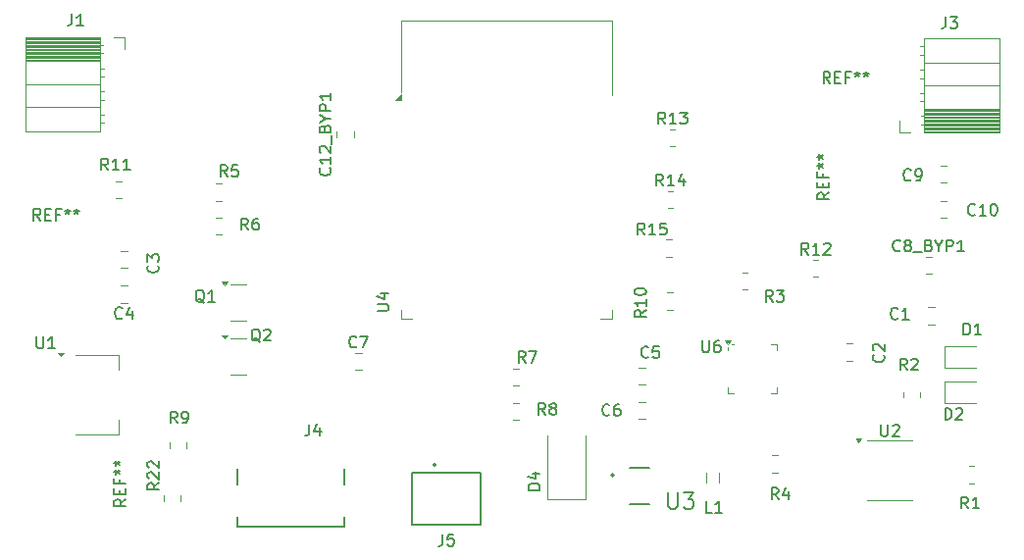
<source format=gto>
%TF.GenerationSoftware,KiCad,Pcbnew,9.0.4*%
%TF.CreationDate,2025-10-24T17:48:01+05:30*%
%TF.ProjectId,sub_unit,7375625f-756e-4697-942e-6b696361645f,rev?*%
%TF.SameCoordinates,Original*%
%TF.FileFunction,Legend,Top*%
%TF.FilePolarity,Positive*%
%FSLAX46Y46*%
G04 Gerber Fmt 4.6, Leading zero omitted, Abs format (unit mm)*
G04 Created by KiCad (PCBNEW 9.0.4) date 2025-10-24 17:48:01*
%MOMM*%
%LPD*%
G01*
G04 APERTURE LIST*
%ADD10C,0.150000*%
%ADD11C,0.127000*%
%ADD12C,0.200000*%
%ADD13C,0.120000*%
G04 APERTURE END LIST*
D10*
X153388219Y-94805333D02*
X152912028Y-95138666D01*
X153388219Y-95376761D02*
X152388219Y-95376761D01*
X152388219Y-95376761D02*
X152388219Y-94995809D01*
X152388219Y-94995809D02*
X152435838Y-94900571D01*
X152435838Y-94900571D02*
X152483457Y-94852952D01*
X152483457Y-94852952D02*
X152578695Y-94805333D01*
X152578695Y-94805333D02*
X152721552Y-94805333D01*
X152721552Y-94805333D02*
X152816790Y-94852952D01*
X152816790Y-94852952D02*
X152864409Y-94900571D01*
X152864409Y-94900571D02*
X152912028Y-94995809D01*
X152912028Y-94995809D02*
X152912028Y-95376761D01*
X152864409Y-94376761D02*
X152864409Y-94043428D01*
X153388219Y-93900571D02*
X153388219Y-94376761D01*
X153388219Y-94376761D02*
X152388219Y-94376761D01*
X152388219Y-94376761D02*
X152388219Y-93900571D01*
X152864409Y-93138666D02*
X152864409Y-93471999D01*
X153388219Y-93471999D02*
X152388219Y-93471999D01*
X152388219Y-93471999D02*
X152388219Y-92995809D01*
X152388219Y-92471999D02*
X152626314Y-92471999D01*
X152531076Y-92710094D02*
X152626314Y-92471999D01*
X152626314Y-92471999D02*
X152531076Y-92233904D01*
X152816790Y-92614856D02*
X152626314Y-92471999D01*
X152626314Y-92471999D02*
X152816790Y-92329142D01*
X152388219Y-91710094D02*
X152626314Y-91710094D01*
X152531076Y-91948189D02*
X152626314Y-91710094D01*
X152626314Y-91710094D02*
X152531076Y-91471999D01*
X152816790Y-91852951D02*
X152626314Y-91710094D01*
X152626314Y-91710094D02*
X152816790Y-91567237D01*
X92682219Y-121272133D02*
X92206028Y-121605466D01*
X92682219Y-121843561D02*
X91682219Y-121843561D01*
X91682219Y-121843561D02*
X91682219Y-121462609D01*
X91682219Y-121462609D02*
X91729838Y-121367371D01*
X91729838Y-121367371D02*
X91777457Y-121319752D01*
X91777457Y-121319752D02*
X91872695Y-121272133D01*
X91872695Y-121272133D02*
X92015552Y-121272133D01*
X92015552Y-121272133D02*
X92110790Y-121319752D01*
X92110790Y-121319752D02*
X92158409Y-121367371D01*
X92158409Y-121367371D02*
X92206028Y-121462609D01*
X92206028Y-121462609D02*
X92206028Y-121843561D01*
X92158409Y-120843561D02*
X92158409Y-120510228D01*
X92682219Y-120367371D02*
X92682219Y-120843561D01*
X92682219Y-120843561D02*
X91682219Y-120843561D01*
X91682219Y-120843561D02*
X91682219Y-120367371D01*
X92158409Y-119605466D02*
X92158409Y-119938799D01*
X92682219Y-119938799D02*
X91682219Y-119938799D01*
X91682219Y-119938799D02*
X91682219Y-119462609D01*
X91682219Y-118938799D02*
X91920314Y-118938799D01*
X91825076Y-119176894D02*
X91920314Y-118938799D01*
X91920314Y-118938799D02*
X91825076Y-118700704D01*
X92110790Y-119081656D02*
X91920314Y-118938799D01*
X91920314Y-118938799D02*
X92110790Y-118795942D01*
X91682219Y-118176894D02*
X91920314Y-118176894D01*
X91825076Y-118414989D02*
X91920314Y-118176894D01*
X91920314Y-118176894D02*
X91825076Y-117938799D01*
X92110790Y-118319751D02*
X91920314Y-118176894D01*
X91920314Y-118176894D02*
X92110790Y-118034037D01*
X120020866Y-124290619D02*
X120020866Y-125004904D01*
X120020866Y-125004904D02*
X119973247Y-125147761D01*
X119973247Y-125147761D02*
X119878009Y-125243000D01*
X119878009Y-125243000D02*
X119735152Y-125290619D01*
X119735152Y-125290619D02*
X119639914Y-125290619D01*
X120973247Y-124290619D02*
X120497057Y-124290619D01*
X120497057Y-124290619D02*
X120449438Y-124766809D01*
X120449438Y-124766809D02*
X120497057Y-124719190D01*
X120497057Y-124719190D02*
X120592295Y-124671571D01*
X120592295Y-124671571D02*
X120830390Y-124671571D01*
X120830390Y-124671571D02*
X120925628Y-124719190D01*
X120925628Y-124719190D02*
X120973247Y-124766809D01*
X120973247Y-124766809D02*
X121020866Y-124862047D01*
X121020866Y-124862047D02*
X121020866Y-125100142D01*
X121020866Y-125100142D02*
X120973247Y-125195380D01*
X120973247Y-125195380D02*
X120925628Y-125243000D01*
X120925628Y-125243000D02*
X120830390Y-125290619D01*
X120830390Y-125290619D02*
X120592295Y-125290619D01*
X120592295Y-125290619D02*
X120497057Y-125243000D01*
X120497057Y-125243000D02*
X120449438Y-125195380D01*
X91152742Y-92860019D02*
X90819409Y-92383828D01*
X90581314Y-92860019D02*
X90581314Y-91860019D01*
X90581314Y-91860019D02*
X90962266Y-91860019D01*
X90962266Y-91860019D02*
X91057504Y-91907638D01*
X91057504Y-91907638D02*
X91105123Y-91955257D01*
X91105123Y-91955257D02*
X91152742Y-92050495D01*
X91152742Y-92050495D02*
X91152742Y-92193352D01*
X91152742Y-92193352D02*
X91105123Y-92288590D01*
X91105123Y-92288590D02*
X91057504Y-92336209D01*
X91057504Y-92336209D02*
X90962266Y-92383828D01*
X90962266Y-92383828D02*
X90581314Y-92383828D01*
X92105123Y-92860019D02*
X91533695Y-92860019D01*
X91819409Y-92860019D02*
X91819409Y-91860019D01*
X91819409Y-91860019D02*
X91724171Y-92002876D01*
X91724171Y-92002876D02*
X91628933Y-92098114D01*
X91628933Y-92098114D02*
X91533695Y-92145733D01*
X93057504Y-92860019D02*
X92486076Y-92860019D01*
X92771790Y-92860019D02*
X92771790Y-91860019D01*
X92771790Y-91860019D02*
X92676552Y-92002876D01*
X92676552Y-92002876D02*
X92581314Y-92098114D01*
X92581314Y-92098114D02*
X92486076Y-92145733D01*
X103236733Y-98016219D02*
X102903400Y-97540028D01*
X102665305Y-98016219D02*
X102665305Y-97016219D01*
X102665305Y-97016219D02*
X103046257Y-97016219D01*
X103046257Y-97016219D02*
X103141495Y-97063838D01*
X103141495Y-97063838D02*
X103189114Y-97111457D01*
X103189114Y-97111457D02*
X103236733Y-97206695D01*
X103236733Y-97206695D02*
X103236733Y-97349552D01*
X103236733Y-97349552D02*
X103189114Y-97444790D01*
X103189114Y-97444790D02*
X103141495Y-97492409D01*
X103141495Y-97492409D02*
X103046257Y-97540028D01*
X103046257Y-97540028D02*
X102665305Y-97540028D01*
X104093876Y-97016219D02*
X103903400Y-97016219D01*
X103903400Y-97016219D02*
X103808162Y-97063838D01*
X103808162Y-97063838D02*
X103760543Y-97111457D01*
X103760543Y-97111457D02*
X103665305Y-97254314D01*
X103665305Y-97254314D02*
X103617686Y-97444790D01*
X103617686Y-97444790D02*
X103617686Y-97825742D01*
X103617686Y-97825742D02*
X103665305Y-97920980D01*
X103665305Y-97920980D02*
X103712924Y-97968600D01*
X103712924Y-97968600D02*
X103808162Y-98016219D01*
X103808162Y-98016219D02*
X103998638Y-98016219D01*
X103998638Y-98016219D02*
X104093876Y-97968600D01*
X104093876Y-97968600D02*
X104141495Y-97920980D01*
X104141495Y-97920980D02*
X104189114Y-97825742D01*
X104189114Y-97825742D02*
X104189114Y-97587647D01*
X104189114Y-97587647D02*
X104141495Y-97492409D01*
X104141495Y-97492409D02*
X104093876Y-97444790D01*
X104093876Y-97444790D02*
X103998638Y-97397171D01*
X103998638Y-97397171D02*
X103808162Y-97397171D01*
X103808162Y-97397171D02*
X103712924Y-97444790D01*
X103712924Y-97444790D02*
X103665305Y-97492409D01*
X103665305Y-97492409D02*
X103617686Y-97587647D01*
X139496933Y-120702666D02*
X139496933Y-121836000D01*
X139496933Y-121836000D02*
X139563600Y-121969333D01*
X139563600Y-121969333D02*
X139630266Y-122036000D01*
X139630266Y-122036000D02*
X139763600Y-122102666D01*
X139763600Y-122102666D02*
X140030266Y-122102666D01*
X140030266Y-122102666D02*
X140163600Y-122036000D01*
X140163600Y-122036000D02*
X140230266Y-121969333D01*
X140230266Y-121969333D02*
X140296933Y-121836000D01*
X140296933Y-121836000D02*
X140296933Y-120702666D01*
X140830267Y-120702666D02*
X141696933Y-120702666D01*
X141696933Y-120702666D02*
X141230267Y-121236000D01*
X141230267Y-121236000D02*
X141430267Y-121236000D01*
X141430267Y-121236000D02*
X141563600Y-121302666D01*
X141563600Y-121302666D02*
X141630267Y-121369333D01*
X141630267Y-121369333D02*
X141696933Y-121502666D01*
X141696933Y-121502666D02*
X141696933Y-121836000D01*
X141696933Y-121836000D02*
X141630267Y-121969333D01*
X141630267Y-121969333D02*
X141563600Y-122036000D01*
X141563600Y-122036000D02*
X141430267Y-122102666D01*
X141430267Y-122102666D02*
X141030267Y-122102666D01*
X141030267Y-122102666D02*
X140896933Y-122036000D01*
X140896933Y-122036000D02*
X140830267Y-121969333D01*
X157876895Y-114837419D02*
X157876895Y-115646942D01*
X157876895Y-115646942D02*
X157924514Y-115742180D01*
X157924514Y-115742180D02*
X157972133Y-115789800D01*
X157972133Y-115789800D02*
X158067371Y-115837419D01*
X158067371Y-115837419D02*
X158257847Y-115837419D01*
X158257847Y-115837419D02*
X158353085Y-115789800D01*
X158353085Y-115789800D02*
X158400704Y-115742180D01*
X158400704Y-115742180D02*
X158448323Y-115646942D01*
X158448323Y-115646942D02*
X158448323Y-114837419D01*
X158876895Y-114932657D02*
X158924514Y-114885038D01*
X158924514Y-114885038D02*
X159019752Y-114837419D01*
X159019752Y-114837419D02*
X159257847Y-114837419D01*
X159257847Y-114837419D02*
X159353085Y-114885038D01*
X159353085Y-114885038D02*
X159400704Y-114932657D01*
X159400704Y-114932657D02*
X159448323Y-115027895D01*
X159448323Y-115027895D02*
X159448323Y-115123133D01*
X159448323Y-115123133D02*
X159400704Y-115265990D01*
X159400704Y-115265990D02*
X158829276Y-115837419D01*
X158829276Y-115837419D02*
X159448323Y-115837419D01*
X114376419Y-104992604D02*
X115185942Y-104992604D01*
X115185942Y-104992604D02*
X115281180Y-104944985D01*
X115281180Y-104944985D02*
X115328800Y-104897366D01*
X115328800Y-104897366D02*
X115376419Y-104802128D01*
X115376419Y-104802128D02*
X115376419Y-104611652D01*
X115376419Y-104611652D02*
X115328800Y-104516414D01*
X115328800Y-104516414D02*
X115281180Y-104468795D01*
X115281180Y-104468795D02*
X115185942Y-104421176D01*
X115185942Y-104421176D02*
X114376419Y-104421176D01*
X114709752Y-103516414D02*
X115376419Y-103516414D01*
X114328800Y-103754509D02*
X115043085Y-103992604D01*
X115043085Y-103992604D02*
X115043085Y-103373557D01*
X128420019Y-120473694D02*
X127420019Y-120473694D01*
X127420019Y-120473694D02*
X127420019Y-120235599D01*
X127420019Y-120235599D02*
X127467638Y-120092742D01*
X127467638Y-120092742D02*
X127562876Y-119997504D01*
X127562876Y-119997504D02*
X127658114Y-119949885D01*
X127658114Y-119949885D02*
X127848590Y-119902266D01*
X127848590Y-119902266D02*
X127991447Y-119902266D01*
X127991447Y-119902266D02*
X128181923Y-119949885D01*
X128181923Y-119949885D02*
X128277161Y-119997504D01*
X128277161Y-119997504D02*
X128372400Y-120092742D01*
X128372400Y-120092742D02*
X128420019Y-120235599D01*
X128420019Y-120235599D02*
X128420019Y-120473694D01*
X127753352Y-119045123D02*
X128420019Y-119045123D01*
X127372400Y-119283218D02*
X128086685Y-119521313D01*
X128086685Y-119521313D02*
X128086685Y-118902266D01*
X88022866Y-79375019D02*
X88022866Y-80089304D01*
X88022866Y-80089304D02*
X87975247Y-80232161D01*
X87975247Y-80232161D02*
X87880009Y-80327400D01*
X87880009Y-80327400D02*
X87737152Y-80375019D01*
X87737152Y-80375019D02*
X87641914Y-80375019D01*
X89022866Y-80375019D02*
X88451438Y-80375019D01*
X88737152Y-80375019D02*
X88737152Y-79375019D01*
X88737152Y-79375019D02*
X88641914Y-79517876D01*
X88641914Y-79517876D02*
X88546676Y-79613114D01*
X88546676Y-79613114D02*
X88451438Y-79660733D01*
X95431780Y-101080866D02*
X95479400Y-101128485D01*
X95479400Y-101128485D02*
X95527019Y-101271342D01*
X95527019Y-101271342D02*
X95527019Y-101366580D01*
X95527019Y-101366580D02*
X95479400Y-101509437D01*
X95479400Y-101509437D02*
X95384161Y-101604675D01*
X95384161Y-101604675D02*
X95288923Y-101652294D01*
X95288923Y-101652294D02*
X95098447Y-101699913D01*
X95098447Y-101699913D02*
X94955590Y-101699913D01*
X94955590Y-101699913D02*
X94765114Y-101652294D01*
X94765114Y-101652294D02*
X94669876Y-101604675D01*
X94669876Y-101604675D02*
X94574638Y-101509437D01*
X94574638Y-101509437D02*
X94527019Y-101366580D01*
X94527019Y-101366580D02*
X94527019Y-101271342D01*
X94527019Y-101271342D02*
X94574638Y-101128485D01*
X94574638Y-101128485D02*
X94622257Y-101080866D01*
X94527019Y-100747532D02*
X94527019Y-100128485D01*
X94527019Y-100128485D02*
X94907971Y-100461818D01*
X94907971Y-100461818D02*
X94907971Y-100318961D01*
X94907971Y-100318961D02*
X94955590Y-100223723D01*
X94955590Y-100223723D02*
X95003209Y-100176104D01*
X95003209Y-100176104D02*
X95098447Y-100128485D01*
X95098447Y-100128485D02*
X95336542Y-100128485D01*
X95336542Y-100128485D02*
X95431780Y-100176104D01*
X95431780Y-100176104D02*
X95479400Y-100223723D01*
X95479400Y-100223723D02*
X95527019Y-100318961D01*
X95527019Y-100318961D02*
X95527019Y-100604675D01*
X95527019Y-100604675D02*
X95479400Y-100699913D01*
X95479400Y-100699913D02*
X95431780Y-100747532D01*
X127163533Y-109497019D02*
X126830200Y-109020828D01*
X126592105Y-109497019D02*
X126592105Y-108497019D01*
X126592105Y-108497019D02*
X126973057Y-108497019D01*
X126973057Y-108497019D02*
X127068295Y-108544638D01*
X127068295Y-108544638D02*
X127115914Y-108592257D01*
X127115914Y-108592257D02*
X127163533Y-108687495D01*
X127163533Y-108687495D02*
X127163533Y-108830352D01*
X127163533Y-108830352D02*
X127115914Y-108925590D01*
X127115914Y-108925590D02*
X127068295Y-108973209D01*
X127068295Y-108973209D02*
X126973057Y-109020828D01*
X126973057Y-109020828D02*
X126592105Y-109020828D01*
X127496867Y-108497019D02*
X128163533Y-108497019D01*
X128163533Y-108497019D02*
X127734962Y-109497019D01*
X99447361Y-104309057D02*
X99352123Y-104261438D01*
X99352123Y-104261438D02*
X99256885Y-104166200D01*
X99256885Y-104166200D02*
X99114028Y-104023342D01*
X99114028Y-104023342D02*
X99018790Y-103975723D01*
X99018790Y-103975723D02*
X98923552Y-103975723D01*
X98971171Y-104213819D02*
X98875933Y-104166200D01*
X98875933Y-104166200D02*
X98780695Y-104070961D01*
X98780695Y-104070961D02*
X98733076Y-103880485D01*
X98733076Y-103880485D02*
X98733076Y-103547152D01*
X98733076Y-103547152D02*
X98780695Y-103356676D01*
X98780695Y-103356676D02*
X98875933Y-103261438D01*
X98875933Y-103261438D02*
X98971171Y-103213819D01*
X98971171Y-103213819D02*
X99161647Y-103213819D01*
X99161647Y-103213819D02*
X99256885Y-103261438D01*
X99256885Y-103261438D02*
X99352123Y-103356676D01*
X99352123Y-103356676D02*
X99399742Y-103547152D01*
X99399742Y-103547152D02*
X99399742Y-103880485D01*
X99399742Y-103880485D02*
X99352123Y-104070961D01*
X99352123Y-104070961D02*
X99256885Y-104166200D01*
X99256885Y-104166200D02*
X99161647Y-104213819D01*
X99161647Y-104213819D02*
X98971171Y-104213819D01*
X100352123Y-104213819D02*
X99780695Y-104213819D01*
X100066409Y-104213819D02*
X100066409Y-103213819D01*
X100066409Y-103213819D02*
X99971171Y-103356676D01*
X99971171Y-103356676D02*
X99875933Y-103451914D01*
X99875933Y-103451914D02*
X99780695Y-103499533D01*
X153479666Y-85367019D02*
X153146333Y-84890828D01*
X152908238Y-85367019D02*
X152908238Y-84367019D01*
X152908238Y-84367019D02*
X153289190Y-84367019D01*
X153289190Y-84367019D02*
X153384428Y-84414638D01*
X153384428Y-84414638D02*
X153432047Y-84462257D01*
X153432047Y-84462257D02*
X153479666Y-84557495D01*
X153479666Y-84557495D02*
X153479666Y-84700352D01*
X153479666Y-84700352D02*
X153432047Y-84795590D01*
X153432047Y-84795590D02*
X153384428Y-84843209D01*
X153384428Y-84843209D02*
X153289190Y-84890828D01*
X153289190Y-84890828D02*
X152908238Y-84890828D01*
X153908238Y-84843209D02*
X154241571Y-84843209D01*
X154384428Y-85367019D02*
X153908238Y-85367019D01*
X153908238Y-85367019D02*
X153908238Y-84367019D01*
X153908238Y-84367019D02*
X154384428Y-84367019D01*
X155146333Y-84843209D02*
X154813000Y-84843209D01*
X154813000Y-85367019D02*
X154813000Y-84367019D01*
X154813000Y-84367019D02*
X155289190Y-84367019D01*
X155813000Y-84367019D02*
X155813000Y-84605114D01*
X155574905Y-84509876D02*
X155813000Y-84605114D01*
X155813000Y-84605114D02*
X156051095Y-84509876D01*
X155670143Y-84795590D02*
X155813000Y-84605114D01*
X155813000Y-84605114D02*
X155955857Y-84795590D01*
X156574905Y-84367019D02*
X156574905Y-84605114D01*
X156336810Y-84509876D02*
X156574905Y-84605114D01*
X156574905Y-84605114D02*
X156813000Y-84509876D01*
X156432048Y-84795590D02*
X156574905Y-84605114D01*
X156574905Y-84605114D02*
X156717762Y-84795590D01*
X137780733Y-108969980D02*
X137733114Y-109017600D01*
X137733114Y-109017600D02*
X137590257Y-109065219D01*
X137590257Y-109065219D02*
X137495019Y-109065219D01*
X137495019Y-109065219D02*
X137352162Y-109017600D01*
X137352162Y-109017600D02*
X137256924Y-108922361D01*
X137256924Y-108922361D02*
X137209305Y-108827123D01*
X137209305Y-108827123D02*
X137161686Y-108636647D01*
X137161686Y-108636647D02*
X137161686Y-108493790D01*
X137161686Y-108493790D02*
X137209305Y-108303314D01*
X137209305Y-108303314D02*
X137256924Y-108208076D01*
X137256924Y-108208076D02*
X137352162Y-108112838D01*
X137352162Y-108112838D02*
X137495019Y-108065219D01*
X137495019Y-108065219D02*
X137590257Y-108065219D01*
X137590257Y-108065219D02*
X137733114Y-108112838D01*
X137733114Y-108112838D02*
X137780733Y-108160457D01*
X138685495Y-108065219D02*
X138209305Y-108065219D01*
X138209305Y-108065219D02*
X138161686Y-108541409D01*
X138161686Y-108541409D02*
X138209305Y-108493790D01*
X138209305Y-108493790D02*
X138304543Y-108446171D01*
X138304543Y-108446171D02*
X138542638Y-108446171D01*
X138542638Y-108446171D02*
X138637876Y-108493790D01*
X138637876Y-108493790D02*
X138685495Y-108541409D01*
X138685495Y-108541409D02*
X138733114Y-108636647D01*
X138733114Y-108636647D02*
X138733114Y-108874742D01*
X138733114Y-108874742D02*
X138685495Y-108969980D01*
X138685495Y-108969980D02*
X138637876Y-109017600D01*
X138637876Y-109017600D02*
X138542638Y-109065219D01*
X138542638Y-109065219D02*
X138304543Y-109065219D01*
X138304543Y-109065219D02*
X138209305Y-109017600D01*
X138209305Y-109017600D02*
X138161686Y-108969980D01*
X112594133Y-108077380D02*
X112546514Y-108125000D01*
X112546514Y-108125000D02*
X112403657Y-108172619D01*
X112403657Y-108172619D02*
X112308419Y-108172619D01*
X112308419Y-108172619D02*
X112165562Y-108125000D01*
X112165562Y-108125000D02*
X112070324Y-108029761D01*
X112070324Y-108029761D02*
X112022705Y-107934523D01*
X112022705Y-107934523D02*
X111975086Y-107744047D01*
X111975086Y-107744047D02*
X111975086Y-107601190D01*
X111975086Y-107601190D02*
X112022705Y-107410714D01*
X112022705Y-107410714D02*
X112070324Y-107315476D01*
X112070324Y-107315476D02*
X112165562Y-107220238D01*
X112165562Y-107220238D02*
X112308419Y-107172619D01*
X112308419Y-107172619D02*
X112403657Y-107172619D01*
X112403657Y-107172619D02*
X112546514Y-107220238D01*
X112546514Y-107220238D02*
X112594133Y-107267857D01*
X112927467Y-107172619D02*
X113594133Y-107172619D01*
X113594133Y-107172619D02*
X113165562Y-108172619D01*
X108505666Y-114796219D02*
X108505666Y-115510504D01*
X108505666Y-115510504D02*
X108458047Y-115653361D01*
X108458047Y-115653361D02*
X108362809Y-115748600D01*
X108362809Y-115748600D02*
X108219952Y-115796219D01*
X108219952Y-115796219D02*
X108124714Y-115796219D01*
X109410428Y-115129552D02*
X109410428Y-115796219D01*
X109172333Y-114748600D02*
X108934238Y-115462885D01*
X108934238Y-115462885D02*
X109553285Y-115462885D01*
X139057142Y-94207219D02*
X138723809Y-93731028D01*
X138485714Y-94207219D02*
X138485714Y-93207219D01*
X138485714Y-93207219D02*
X138866666Y-93207219D01*
X138866666Y-93207219D02*
X138961904Y-93254838D01*
X138961904Y-93254838D02*
X139009523Y-93302457D01*
X139009523Y-93302457D02*
X139057142Y-93397695D01*
X139057142Y-93397695D02*
X139057142Y-93540552D01*
X139057142Y-93540552D02*
X139009523Y-93635790D01*
X139009523Y-93635790D02*
X138961904Y-93683409D01*
X138961904Y-93683409D02*
X138866666Y-93731028D01*
X138866666Y-93731028D02*
X138485714Y-93731028D01*
X140009523Y-94207219D02*
X139438095Y-94207219D01*
X139723809Y-94207219D02*
X139723809Y-93207219D01*
X139723809Y-93207219D02*
X139628571Y-93350076D01*
X139628571Y-93350076D02*
X139533333Y-93445314D01*
X139533333Y-93445314D02*
X139438095Y-93492933D01*
X140866666Y-93540552D02*
X140866666Y-94207219D01*
X140628571Y-93159600D02*
X140390476Y-93873885D01*
X140390476Y-93873885D02*
X141009523Y-93873885D01*
X158068180Y-108802466D02*
X158115800Y-108850085D01*
X158115800Y-108850085D02*
X158163419Y-108992942D01*
X158163419Y-108992942D02*
X158163419Y-109088180D01*
X158163419Y-109088180D02*
X158115800Y-109231037D01*
X158115800Y-109231037D02*
X158020561Y-109326275D01*
X158020561Y-109326275D02*
X157925323Y-109373894D01*
X157925323Y-109373894D02*
X157734847Y-109421513D01*
X157734847Y-109421513D02*
X157591990Y-109421513D01*
X157591990Y-109421513D02*
X157401514Y-109373894D01*
X157401514Y-109373894D02*
X157306276Y-109326275D01*
X157306276Y-109326275D02*
X157211038Y-109231037D01*
X157211038Y-109231037D02*
X157163419Y-109088180D01*
X157163419Y-109088180D02*
X157163419Y-108992942D01*
X157163419Y-108992942D02*
X157211038Y-108850085D01*
X157211038Y-108850085D02*
X157258657Y-108802466D01*
X157258657Y-108421513D02*
X157211038Y-108373894D01*
X157211038Y-108373894D02*
X157163419Y-108278656D01*
X157163419Y-108278656D02*
X157163419Y-108040561D01*
X157163419Y-108040561D02*
X157211038Y-107945323D01*
X157211038Y-107945323D02*
X157258657Y-107897704D01*
X157258657Y-107897704D02*
X157353895Y-107850085D01*
X157353895Y-107850085D02*
X157449133Y-107850085D01*
X157449133Y-107850085D02*
X157591990Y-107897704D01*
X157591990Y-107897704D02*
X158163419Y-108469132D01*
X158163419Y-108469132D02*
X158163419Y-107850085D01*
X159319933Y-105642580D02*
X159272314Y-105690200D01*
X159272314Y-105690200D02*
X159129457Y-105737819D01*
X159129457Y-105737819D02*
X159034219Y-105737819D01*
X159034219Y-105737819D02*
X158891362Y-105690200D01*
X158891362Y-105690200D02*
X158796124Y-105594961D01*
X158796124Y-105594961D02*
X158748505Y-105499723D01*
X158748505Y-105499723D02*
X158700886Y-105309247D01*
X158700886Y-105309247D02*
X158700886Y-105166390D01*
X158700886Y-105166390D02*
X158748505Y-104975914D01*
X158748505Y-104975914D02*
X158796124Y-104880676D01*
X158796124Y-104880676D02*
X158891362Y-104785438D01*
X158891362Y-104785438D02*
X159034219Y-104737819D01*
X159034219Y-104737819D02*
X159129457Y-104737819D01*
X159129457Y-104737819D02*
X159272314Y-104785438D01*
X159272314Y-104785438D02*
X159319933Y-104833057D01*
X160272314Y-105737819D02*
X159700886Y-105737819D01*
X159986600Y-105737819D02*
X159986600Y-104737819D01*
X159986600Y-104737819D02*
X159891362Y-104880676D01*
X159891362Y-104880676D02*
X159796124Y-104975914D01*
X159796124Y-104975914D02*
X159700886Y-105023533D01*
X165390533Y-122070019D02*
X165057200Y-121593828D01*
X164819105Y-122070019D02*
X164819105Y-121070019D01*
X164819105Y-121070019D02*
X165200057Y-121070019D01*
X165200057Y-121070019D02*
X165295295Y-121117638D01*
X165295295Y-121117638D02*
X165342914Y-121165257D01*
X165342914Y-121165257D02*
X165390533Y-121260495D01*
X165390533Y-121260495D02*
X165390533Y-121403352D01*
X165390533Y-121403352D02*
X165342914Y-121498590D01*
X165342914Y-121498590D02*
X165295295Y-121546209D01*
X165295295Y-121546209D02*
X165200057Y-121593828D01*
X165200057Y-121593828D02*
X164819105Y-121593828D01*
X166342914Y-122070019D02*
X165771486Y-122070019D01*
X166057200Y-122070019D02*
X166057200Y-121070019D01*
X166057200Y-121070019D02*
X165961962Y-121212876D01*
X165961962Y-121212876D02*
X165866724Y-121308114D01*
X165866724Y-121308114D02*
X165771486Y-121355733D01*
X97115333Y-114704019D02*
X96782000Y-114227828D01*
X96543905Y-114704019D02*
X96543905Y-113704019D01*
X96543905Y-113704019D02*
X96924857Y-113704019D01*
X96924857Y-113704019D02*
X97020095Y-113751638D01*
X97020095Y-113751638D02*
X97067714Y-113799257D01*
X97067714Y-113799257D02*
X97115333Y-113894495D01*
X97115333Y-113894495D02*
X97115333Y-114037352D01*
X97115333Y-114037352D02*
X97067714Y-114132590D01*
X97067714Y-114132590D02*
X97020095Y-114180209D01*
X97020095Y-114180209D02*
X96924857Y-114227828D01*
X96924857Y-114227828D02*
X96543905Y-114227828D01*
X97591524Y-114704019D02*
X97782000Y-114704019D01*
X97782000Y-114704019D02*
X97877238Y-114656400D01*
X97877238Y-114656400D02*
X97924857Y-114608780D01*
X97924857Y-114608780D02*
X98020095Y-114465923D01*
X98020095Y-114465923D02*
X98067714Y-114275447D01*
X98067714Y-114275447D02*
X98067714Y-113894495D01*
X98067714Y-113894495D02*
X98020095Y-113799257D01*
X98020095Y-113799257D02*
X97972476Y-113751638D01*
X97972476Y-113751638D02*
X97877238Y-113704019D01*
X97877238Y-113704019D02*
X97686762Y-113704019D01*
X97686762Y-113704019D02*
X97591524Y-113751638D01*
X97591524Y-113751638D02*
X97543905Y-113799257D01*
X97543905Y-113799257D02*
X97496286Y-113894495D01*
X97496286Y-113894495D02*
X97496286Y-114132590D01*
X97496286Y-114132590D02*
X97543905Y-114227828D01*
X97543905Y-114227828D02*
X97591524Y-114275447D01*
X97591524Y-114275447D02*
X97686762Y-114323066D01*
X97686762Y-114323066D02*
X97877238Y-114323066D01*
X97877238Y-114323066D02*
X97972476Y-114275447D01*
X97972476Y-114275447D02*
X98020095Y-114227828D01*
X98020095Y-114227828D02*
X98067714Y-114132590D01*
X163445866Y-79617219D02*
X163445866Y-80331504D01*
X163445866Y-80331504D02*
X163398247Y-80474361D01*
X163398247Y-80474361D02*
X163303009Y-80569600D01*
X163303009Y-80569600D02*
X163160152Y-80617219D01*
X163160152Y-80617219D02*
X163064914Y-80617219D01*
X163826819Y-79617219D02*
X164445866Y-79617219D01*
X164445866Y-79617219D02*
X164112533Y-79998171D01*
X164112533Y-79998171D02*
X164255390Y-79998171D01*
X164255390Y-79998171D02*
X164350628Y-80045790D01*
X164350628Y-80045790D02*
X164398247Y-80093409D01*
X164398247Y-80093409D02*
X164445866Y-80188647D01*
X164445866Y-80188647D02*
X164445866Y-80426742D01*
X164445866Y-80426742D02*
X164398247Y-80521980D01*
X164398247Y-80521980D02*
X164350628Y-80569600D01*
X164350628Y-80569600D02*
X164255390Y-80617219D01*
X164255390Y-80617219D02*
X163969676Y-80617219D01*
X163969676Y-80617219D02*
X163874438Y-80569600D01*
X163874438Y-80569600D02*
X163826819Y-80521980D01*
X149007533Y-121282619D02*
X148674200Y-120806428D01*
X148436105Y-121282619D02*
X148436105Y-120282619D01*
X148436105Y-120282619D02*
X148817057Y-120282619D01*
X148817057Y-120282619D02*
X148912295Y-120330238D01*
X148912295Y-120330238D02*
X148959914Y-120377857D01*
X148959914Y-120377857D02*
X149007533Y-120473095D01*
X149007533Y-120473095D02*
X149007533Y-120615952D01*
X149007533Y-120615952D02*
X148959914Y-120711190D01*
X148959914Y-120711190D02*
X148912295Y-120758809D01*
X148912295Y-120758809D02*
X148817057Y-120806428D01*
X148817057Y-120806428D02*
X148436105Y-120806428D01*
X149864676Y-120615952D02*
X149864676Y-121282619D01*
X149626581Y-120235000D02*
X149388486Y-120949285D01*
X149388486Y-120949285D02*
X150007533Y-120949285D01*
X160437533Y-93679180D02*
X160389914Y-93726800D01*
X160389914Y-93726800D02*
X160247057Y-93774419D01*
X160247057Y-93774419D02*
X160151819Y-93774419D01*
X160151819Y-93774419D02*
X160008962Y-93726800D01*
X160008962Y-93726800D02*
X159913724Y-93631561D01*
X159913724Y-93631561D02*
X159866105Y-93536323D01*
X159866105Y-93536323D02*
X159818486Y-93345847D01*
X159818486Y-93345847D02*
X159818486Y-93202990D01*
X159818486Y-93202990D02*
X159866105Y-93012514D01*
X159866105Y-93012514D02*
X159913724Y-92917276D01*
X159913724Y-92917276D02*
X160008962Y-92822038D01*
X160008962Y-92822038D02*
X160151819Y-92774419D01*
X160151819Y-92774419D02*
X160247057Y-92774419D01*
X160247057Y-92774419D02*
X160389914Y-92822038D01*
X160389914Y-92822038D02*
X160437533Y-92869657D01*
X160913724Y-93774419D02*
X161104200Y-93774419D01*
X161104200Y-93774419D02*
X161199438Y-93726800D01*
X161199438Y-93726800D02*
X161247057Y-93679180D01*
X161247057Y-93679180D02*
X161342295Y-93536323D01*
X161342295Y-93536323D02*
X161389914Y-93345847D01*
X161389914Y-93345847D02*
X161389914Y-92964895D01*
X161389914Y-92964895D02*
X161342295Y-92869657D01*
X161342295Y-92869657D02*
X161294676Y-92822038D01*
X161294676Y-92822038D02*
X161199438Y-92774419D01*
X161199438Y-92774419D02*
X161008962Y-92774419D01*
X161008962Y-92774419D02*
X160913724Y-92822038D01*
X160913724Y-92822038D02*
X160866105Y-92869657D01*
X160866105Y-92869657D02*
X160818486Y-92964895D01*
X160818486Y-92964895D02*
X160818486Y-93202990D01*
X160818486Y-93202990D02*
X160866105Y-93298228D01*
X160866105Y-93298228D02*
X160913724Y-93345847D01*
X160913724Y-93345847D02*
X161008962Y-93393466D01*
X161008962Y-93393466D02*
X161199438Y-93393466D01*
X161199438Y-93393466D02*
X161294676Y-93345847D01*
X161294676Y-93345847D02*
X161342295Y-93298228D01*
X161342295Y-93298228D02*
X161389914Y-93202990D01*
X137456942Y-98448019D02*
X137123609Y-97971828D01*
X136885514Y-98448019D02*
X136885514Y-97448019D01*
X136885514Y-97448019D02*
X137266466Y-97448019D01*
X137266466Y-97448019D02*
X137361704Y-97495638D01*
X137361704Y-97495638D02*
X137409323Y-97543257D01*
X137409323Y-97543257D02*
X137456942Y-97638495D01*
X137456942Y-97638495D02*
X137456942Y-97781352D01*
X137456942Y-97781352D02*
X137409323Y-97876590D01*
X137409323Y-97876590D02*
X137361704Y-97924209D01*
X137361704Y-97924209D02*
X137266466Y-97971828D01*
X137266466Y-97971828D02*
X136885514Y-97971828D01*
X138409323Y-98448019D02*
X137837895Y-98448019D01*
X138123609Y-98448019D02*
X138123609Y-97448019D01*
X138123609Y-97448019D02*
X138028371Y-97590876D01*
X138028371Y-97590876D02*
X137933133Y-97686114D01*
X137933133Y-97686114D02*
X137837895Y-97733733D01*
X139314085Y-97448019D02*
X138837895Y-97448019D01*
X138837895Y-97448019D02*
X138790276Y-97924209D01*
X138790276Y-97924209D02*
X138837895Y-97876590D01*
X138837895Y-97876590D02*
X138933133Y-97828971D01*
X138933133Y-97828971D02*
X139171228Y-97828971D01*
X139171228Y-97828971D02*
X139266466Y-97876590D01*
X139266466Y-97876590D02*
X139314085Y-97924209D01*
X139314085Y-97924209D02*
X139361704Y-98019447D01*
X139361704Y-98019447D02*
X139361704Y-98257542D01*
X139361704Y-98257542D02*
X139314085Y-98352780D01*
X139314085Y-98352780D02*
X139266466Y-98400400D01*
X139266466Y-98400400D02*
X139171228Y-98448019D01*
X139171228Y-98448019D02*
X138933133Y-98448019D01*
X138933133Y-98448019D02*
X138837895Y-98400400D01*
X138837895Y-98400400D02*
X138790276Y-98352780D01*
X148524933Y-104213819D02*
X148191600Y-103737628D01*
X147953505Y-104213819D02*
X147953505Y-103213819D01*
X147953505Y-103213819D02*
X148334457Y-103213819D01*
X148334457Y-103213819D02*
X148429695Y-103261438D01*
X148429695Y-103261438D02*
X148477314Y-103309057D01*
X148477314Y-103309057D02*
X148524933Y-103404295D01*
X148524933Y-103404295D02*
X148524933Y-103547152D01*
X148524933Y-103547152D02*
X148477314Y-103642390D01*
X148477314Y-103642390D02*
X148429695Y-103690009D01*
X148429695Y-103690009D02*
X148334457Y-103737628D01*
X148334457Y-103737628D02*
X147953505Y-103737628D01*
X148858267Y-103213819D02*
X149477314Y-103213819D01*
X149477314Y-103213819D02*
X149143981Y-103594771D01*
X149143981Y-103594771D02*
X149286838Y-103594771D01*
X149286838Y-103594771D02*
X149382076Y-103642390D01*
X149382076Y-103642390D02*
X149429695Y-103690009D01*
X149429695Y-103690009D02*
X149477314Y-103785247D01*
X149477314Y-103785247D02*
X149477314Y-104023342D01*
X149477314Y-104023342D02*
X149429695Y-104118580D01*
X149429695Y-104118580D02*
X149382076Y-104166200D01*
X149382076Y-104166200D02*
X149286838Y-104213819D01*
X149286838Y-104213819D02*
X149001124Y-104213819D01*
X149001124Y-104213819D02*
X148905886Y-104166200D01*
X148905886Y-104166200D02*
X148858267Y-104118580D01*
X134427933Y-113973780D02*
X134380314Y-114021400D01*
X134380314Y-114021400D02*
X134237457Y-114069019D01*
X134237457Y-114069019D02*
X134142219Y-114069019D01*
X134142219Y-114069019D02*
X133999362Y-114021400D01*
X133999362Y-114021400D02*
X133904124Y-113926161D01*
X133904124Y-113926161D02*
X133856505Y-113830923D01*
X133856505Y-113830923D02*
X133808886Y-113640447D01*
X133808886Y-113640447D02*
X133808886Y-113497590D01*
X133808886Y-113497590D02*
X133856505Y-113307114D01*
X133856505Y-113307114D02*
X133904124Y-113211876D01*
X133904124Y-113211876D02*
X133999362Y-113116638D01*
X133999362Y-113116638D02*
X134142219Y-113069019D01*
X134142219Y-113069019D02*
X134237457Y-113069019D01*
X134237457Y-113069019D02*
X134380314Y-113116638D01*
X134380314Y-113116638D02*
X134427933Y-113164257D01*
X135285076Y-113069019D02*
X135094600Y-113069019D01*
X135094600Y-113069019D02*
X134999362Y-113116638D01*
X134999362Y-113116638D02*
X134951743Y-113164257D01*
X134951743Y-113164257D02*
X134856505Y-113307114D01*
X134856505Y-113307114D02*
X134808886Y-113497590D01*
X134808886Y-113497590D02*
X134808886Y-113878542D01*
X134808886Y-113878542D02*
X134856505Y-113973780D01*
X134856505Y-113973780D02*
X134904124Y-114021400D01*
X134904124Y-114021400D02*
X134999362Y-114069019D01*
X134999362Y-114069019D02*
X135189838Y-114069019D01*
X135189838Y-114069019D02*
X135285076Y-114021400D01*
X135285076Y-114021400D02*
X135332695Y-113973780D01*
X135332695Y-113973780D02*
X135380314Y-113878542D01*
X135380314Y-113878542D02*
X135380314Y-113640447D01*
X135380314Y-113640447D02*
X135332695Y-113545209D01*
X135332695Y-113545209D02*
X135285076Y-113497590D01*
X135285076Y-113497590D02*
X135189838Y-113449971D01*
X135189838Y-113449971D02*
X134999362Y-113449971D01*
X134999362Y-113449971D02*
X134904124Y-113497590D01*
X134904124Y-113497590D02*
X134856505Y-113545209D01*
X134856505Y-113545209D02*
X134808886Y-113640447D01*
X143267133Y-122425619D02*
X142790943Y-122425619D01*
X142790943Y-122425619D02*
X142790943Y-121425619D01*
X144124276Y-122425619D02*
X143552848Y-122425619D01*
X143838562Y-122425619D02*
X143838562Y-121425619D01*
X143838562Y-121425619D02*
X143743324Y-121568476D01*
X143743324Y-121568476D02*
X143648086Y-121663714D01*
X143648086Y-121663714D02*
X143552848Y-121711333D01*
X165981142Y-96676380D02*
X165933523Y-96724000D01*
X165933523Y-96724000D02*
X165790666Y-96771619D01*
X165790666Y-96771619D02*
X165695428Y-96771619D01*
X165695428Y-96771619D02*
X165552571Y-96724000D01*
X165552571Y-96724000D02*
X165457333Y-96628761D01*
X165457333Y-96628761D02*
X165409714Y-96533523D01*
X165409714Y-96533523D02*
X165362095Y-96343047D01*
X165362095Y-96343047D02*
X165362095Y-96200190D01*
X165362095Y-96200190D02*
X165409714Y-96009714D01*
X165409714Y-96009714D02*
X165457333Y-95914476D01*
X165457333Y-95914476D02*
X165552571Y-95819238D01*
X165552571Y-95819238D02*
X165695428Y-95771619D01*
X165695428Y-95771619D02*
X165790666Y-95771619D01*
X165790666Y-95771619D02*
X165933523Y-95819238D01*
X165933523Y-95819238D02*
X165981142Y-95866857D01*
X166933523Y-96771619D02*
X166362095Y-96771619D01*
X166647809Y-96771619D02*
X166647809Y-95771619D01*
X166647809Y-95771619D02*
X166552571Y-95914476D01*
X166552571Y-95914476D02*
X166457333Y-96009714D01*
X166457333Y-96009714D02*
X166362095Y-96057333D01*
X167552571Y-95771619D02*
X167647809Y-95771619D01*
X167647809Y-95771619D02*
X167743047Y-95819238D01*
X167743047Y-95819238D02*
X167790666Y-95866857D01*
X167790666Y-95866857D02*
X167838285Y-95962095D01*
X167838285Y-95962095D02*
X167885904Y-96152571D01*
X167885904Y-96152571D02*
X167885904Y-96390666D01*
X167885904Y-96390666D02*
X167838285Y-96581142D01*
X167838285Y-96581142D02*
X167790666Y-96676380D01*
X167790666Y-96676380D02*
X167743047Y-96724000D01*
X167743047Y-96724000D02*
X167647809Y-96771619D01*
X167647809Y-96771619D02*
X167552571Y-96771619D01*
X167552571Y-96771619D02*
X167457333Y-96724000D01*
X167457333Y-96724000D02*
X167409714Y-96676380D01*
X167409714Y-96676380D02*
X167362095Y-96581142D01*
X167362095Y-96581142D02*
X167314476Y-96390666D01*
X167314476Y-96390666D02*
X167314476Y-96152571D01*
X167314476Y-96152571D02*
X167362095Y-95962095D01*
X167362095Y-95962095D02*
X167409714Y-95866857D01*
X167409714Y-95866857D02*
X167457333Y-95819238D01*
X167457333Y-95819238D02*
X167552571Y-95771619D01*
X163396705Y-114399219D02*
X163396705Y-113399219D01*
X163396705Y-113399219D02*
X163634800Y-113399219D01*
X163634800Y-113399219D02*
X163777657Y-113446838D01*
X163777657Y-113446838D02*
X163872895Y-113542076D01*
X163872895Y-113542076D02*
X163920514Y-113637314D01*
X163920514Y-113637314D02*
X163968133Y-113827790D01*
X163968133Y-113827790D02*
X163968133Y-113970647D01*
X163968133Y-113970647D02*
X163920514Y-114161123D01*
X163920514Y-114161123D02*
X163872895Y-114256361D01*
X163872895Y-114256361D02*
X163777657Y-114351600D01*
X163777657Y-114351600D02*
X163634800Y-114399219D01*
X163634800Y-114399219D02*
X163396705Y-114399219D01*
X164349086Y-113494457D02*
X164396705Y-113446838D01*
X164396705Y-113446838D02*
X164491943Y-113399219D01*
X164491943Y-113399219D02*
X164730038Y-113399219D01*
X164730038Y-113399219D02*
X164825276Y-113446838D01*
X164825276Y-113446838D02*
X164872895Y-113494457D01*
X164872895Y-113494457D02*
X164920514Y-113589695D01*
X164920514Y-113589695D02*
X164920514Y-113684933D01*
X164920514Y-113684933D02*
X164872895Y-113827790D01*
X164872895Y-113827790D02*
X164301467Y-114399219D01*
X164301467Y-114399219D02*
X164920514Y-114399219D01*
X139233042Y-88873219D02*
X138899709Y-88397028D01*
X138661614Y-88873219D02*
X138661614Y-87873219D01*
X138661614Y-87873219D02*
X139042566Y-87873219D01*
X139042566Y-87873219D02*
X139137804Y-87920838D01*
X139137804Y-87920838D02*
X139185423Y-87968457D01*
X139185423Y-87968457D02*
X139233042Y-88063695D01*
X139233042Y-88063695D02*
X139233042Y-88206552D01*
X139233042Y-88206552D02*
X139185423Y-88301790D01*
X139185423Y-88301790D02*
X139137804Y-88349409D01*
X139137804Y-88349409D02*
X139042566Y-88397028D01*
X139042566Y-88397028D02*
X138661614Y-88397028D01*
X140185423Y-88873219D02*
X139613995Y-88873219D01*
X139899709Y-88873219D02*
X139899709Y-87873219D01*
X139899709Y-87873219D02*
X139804471Y-88016076D01*
X139804471Y-88016076D02*
X139709233Y-88111314D01*
X139709233Y-88111314D02*
X139613995Y-88158933D01*
X140518757Y-87873219D02*
X141137804Y-87873219D01*
X141137804Y-87873219D02*
X140804471Y-88254171D01*
X140804471Y-88254171D02*
X140947328Y-88254171D01*
X140947328Y-88254171D02*
X141042566Y-88301790D01*
X141042566Y-88301790D02*
X141090185Y-88349409D01*
X141090185Y-88349409D02*
X141137804Y-88444647D01*
X141137804Y-88444647D02*
X141137804Y-88682742D01*
X141137804Y-88682742D02*
X141090185Y-88777980D01*
X141090185Y-88777980D02*
X141042566Y-88825600D01*
X141042566Y-88825600D02*
X140947328Y-88873219D01*
X140947328Y-88873219D02*
X140661614Y-88873219D01*
X140661614Y-88873219D02*
X140566376Y-88825600D01*
X140566376Y-88825600D02*
X140518757Y-88777980D01*
X101433333Y-93418819D02*
X101100000Y-92942628D01*
X100861905Y-93418819D02*
X100861905Y-92418819D01*
X100861905Y-92418819D02*
X101242857Y-92418819D01*
X101242857Y-92418819D02*
X101338095Y-92466438D01*
X101338095Y-92466438D02*
X101385714Y-92514057D01*
X101385714Y-92514057D02*
X101433333Y-92609295D01*
X101433333Y-92609295D02*
X101433333Y-92752152D01*
X101433333Y-92752152D02*
X101385714Y-92847390D01*
X101385714Y-92847390D02*
X101338095Y-92895009D01*
X101338095Y-92895009D02*
X101242857Y-92942628D01*
X101242857Y-92942628D02*
X100861905Y-92942628D01*
X102338095Y-92418819D02*
X101861905Y-92418819D01*
X101861905Y-92418819D02*
X101814286Y-92895009D01*
X101814286Y-92895009D02*
X101861905Y-92847390D01*
X101861905Y-92847390D02*
X101957143Y-92799771D01*
X101957143Y-92799771D02*
X102195238Y-92799771D01*
X102195238Y-92799771D02*
X102290476Y-92847390D01*
X102290476Y-92847390D02*
X102338095Y-92895009D01*
X102338095Y-92895009D02*
X102385714Y-92990247D01*
X102385714Y-92990247D02*
X102385714Y-93228342D01*
X102385714Y-93228342D02*
X102338095Y-93323580D01*
X102338095Y-93323580D02*
X102290476Y-93371200D01*
X102290476Y-93371200D02*
X102195238Y-93418819D01*
X102195238Y-93418819D02*
X101957143Y-93418819D01*
X101957143Y-93418819D02*
X101861905Y-93371200D01*
X101861905Y-93371200D02*
X101814286Y-93323580D01*
X164996905Y-107084019D02*
X164996905Y-106084019D01*
X164996905Y-106084019D02*
X165235000Y-106084019D01*
X165235000Y-106084019D02*
X165377857Y-106131638D01*
X165377857Y-106131638D02*
X165473095Y-106226876D01*
X165473095Y-106226876D02*
X165520714Y-106322114D01*
X165520714Y-106322114D02*
X165568333Y-106512590D01*
X165568333Y-106512590D02*
X165568333Y-106655447D01*
X165568333Y-106655447D02*
X165520714Y-106845923D01*
X165520714Y-106845923D02*
X165473095Y-106941161D01*
X165473095Y-106941161D02*
X165377857Y-107036400D01*
X165377857Y-107036400D02*
X165235000Y-107084019D01*
X165235000Y-107084019D02*
X164996905Y-107084019D01*
X166520714Y-107084019D02*
X165949286Y-107084019D01*
X166235000Y-107084019D02*
X166235000Y-106084019D01*
X166235000Y-106084019D02*
X166139762Y-106226876D01*
X166139762Y-106226876D02*
X166044524Y-106322114D01*
X166044524Y-106322114D02*
X165949286Y-106369733D01*
X95552419Y-119870457D02*
X95076228Y-120203790D01*
X95552419Y-120441885D02*
X94552419Y-120441885D01*
X94552419Y-120441885D02*
X94552419Y-120060933D01*
X94552419Y-120060933D02*
X94600038Y-119965695D01*
X94600038Y-119965695D02*
X94647657Y-119918076D01*
X94647657Y-119918076D02*
X94742895Y-119870457D01*
X94742895Y-119870457D02*
X94885752Y-119870457D01*
X94885752Y-119870457D02*
X94980990Y-119918076D01*
X94980990Y-119918076D02*
X95028609Y-119965695D01*
X95028609Y-119965695D02*
X95076228Y-120060933D01*
X95076228Y-120060933D02*
X95076228Y-120441885D01*
X94647657Y-119489504D02*
X94600038Y-119441885D01*
X94600038Y-119441885D02*
X94552419Y-119346647D01*
X94552419Y-119346647D02*
X94552419Y-119108552D01*
X94552419Y-119108552D02*
X94600038Y-119013314D01*
X94600038Y-119013314D02*
X94647657Y-118965695D01*
X94647657Y-118965695D02*
X94742895Y-118918076D01*
X94742895Y-118918076D02*
X94838133Y-118918076D01*
X94838133Y-118918076D02*
X94980990Y-118965695D01*
X94980990Y-118965695D02*
X95552419Y-119537123D01*
X95552419Y-119537123D02*
X95552419Y-118918076D01*
X94647657Y-118537123D02*
X94600038Y-118489504D01*
X94600038Y-118489504D02*
X94552419Y-118394266D01*
X94552419Y-118394266D02*
X94552419Y-118156171D01*
X94552419Y-118156171D02*
X94600038Y-118060933D01*
X94600038Y-118060933D02*
X94647657Y-118013314D01*
X94647657Y-118013314D02*
X94742895Y-117965695D01*
X94742895Y-117965695D02*
X94838133Y-117965695D01*
X94838133Y-117965695D02*
X94980990Y-118013314D01*
X94980990Y-118013314D02*
X95552419Y-118584742D01*
X95552419Y-118584742D02*
X95552419Y-117965695D01*
X137589419Y-104960657D02*
X137113228Y-105293990D01*
X137589419Y-105532085D02*
X136589419Y-105532085D01*
X136589419Y-105532085D02*
X136589419Y-105151133D01*
X136589419Y-105151133D02*
X136637038Y-105055895D01*
X136637038Y-105055895D02*
X136684657Y-105008276D01*
X136684657Y-105008276D02*
X136779895Y-104960657D01*
X136779895Y-104960657D02*
X136922752Y-104960657D01*
X136922752Y-104960657D02*
X137017990Y-105008276D01*
X137017990Y-105008276D02*
X137065609Y-105055895D01*
X137065609Y-105055895D02*
X137113228Y-105151133D01*
X137113228Y-105151133D02*
X137113228Y-105532085D01*
X137589419Y-104008276D02*
X137589419Y-104579704D01*
X137589419Y-104293990D02*
X136589419Y-104293990D01*
X136589419Y-104293990D02*
X136732276Y-104389228D01*
X136732276Y-104389228D02*
X136827514Y-104484466D01*
X136827514Y-104484466D02*
X136875133Y-104579704D01*
X136589419Y-103389228D02*
X136589419Y-103293990D01*
X136589419Y-103293990D02*
X136637038Y-103198752D01*
X136637038Y-103198752D02*
X136684657Y-103151133D01*
X136684657Y-103151133D02*
X136779895Y-103103514D01*
X136779895Y-103103514D02*
X136970371Y-103055895D01*
X136970371Y-103055895D02*
X137208466Y-103055895D01*
X137208466Y-103055895D02*
X137398942Y-103103514D01*
X137398942Y-103103514D02*
X137494180Y-103151133D01*
X137494180Y-103151133D02*
X137541800Y-103198752D01*
X137541800Y-103198752D02*
X137589419Y-103293990D01*
X137589419Y-103293990D02*
X137589419Y-103389228D01*
X137589419Y-103389228D02*
X137541800Y-103484466D01*
X137541800Y-103484466D02*
X137494180Y-103532085D01*
X137494180Y-103532085D02*
X137398942Y-103579704D01*
X137398942Y-103579704D02*
X137208466Y-103627323D01*
X137208466Y-103627323D02*
X136970371Y-103627323D01*
X136970371Y-103627323D02*
X136779895Y-103579704D01*
X136779895Y-103579704D02*
X136684657Y-103532085D01*
X136684657Y-103532085D02*
X136637038Y-103484466D01*
X136637038Y-103484466D02*
X136589419Y-103389228D01*
X160107333Y-110132019D02*
X159774000Y-109655828D01*
X159535905Y-110132019D02*
X159535905Y-109132019D01*
X159535905Y-109132019D02*
X159916857Y-109132019D01*
X159916857Y-109132019D02*
X160012095Y-109179638D01*
X160012095Y-109179638D02*
X160059714Y-109227257D01*
X160059714Y-109227257D02*
X160107333Y-109322495D01*
X160107333Y-109322495D02*
X160107333Y-109465352D01*
X160107333Y-109465352D02*
X160059714Y-109560590D01*
X160059714Y-109560590D02*
X160012095Y-109608209D01*
X160012095Y-109608209D02*
X159916857Y-109655828D01*
X159916857Y-109655828D02*
X159535905Y-109655828D01*
X160488286Y-109227257D02*
X160535905Y-109179638D01*
X160535905Y-109179638D02*
X160631143Y-109132019D01*
X160631143Y-109132019D02*
X160869238Y-109132019D01*
X160869238Y-109132019D02*
X160964476Y-109179638D01*
X160964476Y-109179638D02*
X161012095Y-109227257D01*
X161012095Y-109227257D02*
X161059714Y-109322495D01*
X161059714Y-109322495D02*
X161059714Y-109417733D01*
X161059714Y-109417733D02*
X161012095Y-109560590D01*
X161012095Y-109560590D02*
X160440667Y-110132019D01*
X160440667Y-110132019D02*
X161059714Y-110132019D01*
X128890733Y-113967419D02*
X128557400Y-113491228D01*
X128319305Y-113967419D02*
X128319305Y-112967419D01*
X128319305Y-112967419D02*
X128700257Y-112967419D01*
X128700257Y-112967419D02*
X128795495Y-113015038D01*
X128795495Y-113015038D02*
X128843114Y-113062657D01*
X128843114Y-113062657D02*
X128890733Y-113157895D01*
X128890733Y-113157895D02*
X128890733Y-113300752D01*
X128890733Y-113300752D02*
X128843114Y-113395990D01*
X128843114Y-113395990D02*
X128795495Y-113443609D01*
X128795495Y-113443609D02*
X128700257Y-113491228D01*
X128700257Y-113491228D02*
X128319305Y-113491228D01*
X129462162Y-113395990D02*
X129366924Y-113348371D01*
X129366924Y-113348371D02*
X129319305Y-113300752D01*
X129319305Y-113300752D02*
X129271686Y-113205514D01*
X129271686Y-113205514D02*
X129271686Y-113157895D01*
X129271686Y-113157895D02*
X129319305Y-113062657D01*
X129319305Y-113062657D02*
X129366924Y-113015038D01*
X129366924Y-113015038D02*
X129462162Y-112967419D01*
X129462162Y-112967419D02*
X129652638Y-112967419D01*
X129652638Y-112967419D02*
X129747876Y-113015038D01*
X129747876Y-113015038D02*
X129795495Y-113062657D01*
X129795495Y-113062657D02*
X129843114Y-113157895D01*
X129843114Y-113157895D02*
X129843114Y-113205514D01*
X129843114Y-113205514D02*
X129795495Y-113300752D01*
X129795495Y-113300752D02*
X129747876Y-113348371D01*
X129747876Y-113348371D02*
X129652638Y-113395990D01*
X129652638Y-113395990D02*
X129462162Y-113395990D01*
X129462162Y-113395990D02*
X129366924Y-113443609D01*
X129366924Y-113443609D02*
X129319305Y-113491228D01*
X129319305Y-113491228D02*
X129271686Y-113586466D01*
X129271686Y-113586466D02*
X129271686Y-113776942D01*
X129271686Y-113776942D02*
X129319305Y-113872180D01*
X129319305Y-113872180D02*
X129366924Y-113919800D01*
X129366924Y-113919800D02*
X129462162Y-113967419D01*
X129462162Y-113967419D02*
X129652638Y-113967419D01*
X129652638Y-113967419D02*
X129747876Y-113919800D01*
X129747876Y-113919800D02*
X129795495Y-113872180D01*
X129795495Y-113872180D02*
X129843114Y-113776942D01*
X129843114Y-113776942D02*
X129843114Y-113586466D01*
X129843114Y-113586466D02*
X129795495Y-113491228D01*
X129795495Y-113491228D02*
X129747876Y-113443609D01*
X129747876Y-113443609D02*
X129652638Y-113395990D01*
X110287180Y-92681971D02*
X110334800Y-92729590D01*
X110334800Y-92729590D02*
X110382419Y-92872447D01*
X110382419Y-92872447D02*
X110382419Y-92967685D01*
X110382419Y-92967685D02*
X110334800Y-93110542D01*
X110334800Y-93110542D02*
X110239561Y-93205780D01*
X110239561Y-93205780D02*
X110144323Y-93253399D01*
X110144323Y-93253399D02*
X109953847Y-93301018D01*
X109953847Y-93301018D02*
X109810990Y-93301018D01*
X109810990Y-93301018D02*
X109620514Y-93253399D01*
X109620514Y-93253399D02*
X109525276Y-93205780D01*
X109525276Y-93205780D02*
X109430038Y-93110542D01*
X109430038Y-93110542D02*
X109382419Y-92967685D01*
X109382419Y-92967685D02*
X109382419Y-92872447D01*
X109382419Y-92872447D02*
X109430038Y-92729590D01*
X109430038Y-92729590D02*
X109477657Y-92681971D01*
X110382419Y-91729590D02*
X110382419Y-92301018D01*
X110382419Y-92015304D02*
X109382419Y-92015304D01*
X109382419Y-92015304D02*
X109525276Y-92110542D01*
X109525276Y-92110542D02*
X109620514Y-92205780D01*
X109620514Y-92205780D02*
X109668133Y-92301018D01*
X109477657Y-91348637D02*
X109430038Y-91301018D01*
X109430038Y-91301018D02*
X109382419Y-91205780D01*
X109382419Y-91205780D02*
X109382419Y-90967685D01*
X109382419Y-90967685D02*
X109430038Y-90872447D01*
X109430038Y-90872447D02*
X109477657Y-90824828D01*
X109477657Y-90824828D02*
X109572895Y-90777209D01*
X109572895Y-90777209D02*
X109668133Y-90777209D01*
X109668133Y-90777209D02*
X109810990Y-90824828D01*
X109810990Y-90824828D02*
X110382419Y-91396256D01*
X110382419Y-91396256D02*
X110382419Y-90777209D01*
X110477657Y-90586733D02*
X110477657Y-89824828D01*
X109858609Y-89253399D02*
X109906228Y-89110542D01*
X109906228Y-89110542D02*
X109953847Y-89062923D01*
X109953847Y-89062923D02*
X110049085Y-89015304D01*
X110049085Y-89015304D02*
X110191942Y-89015304D01*
X110191942Y-89015304D02*
X110287180Y-89062923D01*
X110287180Y-89062923D02*
X110334800Y-89110542D01*
X110334800Y-89110542D02*
X110382419Y-89205780D01*
X110382419Y-89205780D02*
X110382419Y-89586732D01*
X110382419Y-89586732D02*
X109382419Y-89586732D01*
X109382419Y-89586732D02*
X109382419Y-89253399D01*
X109382419Y-89253399D02*
X109430038Y-89158161D01*
X109430038Y-89158161D02*
X109477657Y-89110542D01*
X109477657Y-89110542D02*
X109572895Y-89062923D01*
X109572895Y-89062923D02*
X109668133Y-89062923D01*
X109668133Y-89062923D02*
X109763371Y-89110542D01*
X109763371Y-89110542D02*
X109810990Y-89158161D01*
X109810990Y-89158161D02*
X109858609Y-89253399D01*
X109858609Y-89253399D02*
X109858609Y-89586732D01*
X109906228Y-88396256D02*
X110382419Y-88396256D01*
X109382419Y-88729589D02*
X109906228Y-88396256D01*
X109906228Y-88396256D02*
X109382419Y-88062923D01*
X110382419Y-87729589D02*
X109382419Y-87729589D01*
X109382419Y-87729589D02*
X109382419Y-87348637D01*
X109382419Y-87348637D02*
X109430038Y-87253399D01*
X109430038Y-87253399D02*
X109477657Y-87205780D01*
X109477657Y-87205780D02*
X109572895Y-87158161D01*
X109572895Y-87158161D02*
X109715752Y-87158161D01*
X109715752Y-87158161D02*
X109810990Y-87205780D01*
X109810990Y-87205780D02*
X109858609Y-87253399D01*
X109858609Y-87253399D02*
X109906228Y-87348637D01*
X109906228Y-87348637D02*
X109906228Y-87729589D01*
X110382419Y-86205780D02*
X110382419Y-86777208D01*
X110382419Y-86491494D02*
X109382419Y-86491494D01*
X109382419Y-86491494D02*
X109525276Y-86586732D01*
X109525276Y-86586732D02*
X109620514Y-86681970D01*
X109620514Y-86681970D02*
X109668133Y-86777208D01*
X159526718Y-99779580D02*
X159479099Y-99827200D01*
X159479099Y-99827200D02*
X159336242Y-99874819D01*
X159336242Y-99874819D02*
X159241004Y-99874819D01*
X159241004Y-99874819D02*
X159098147Y-99827200D01*
X159098147Y-99827200D02*
X159002909Y-99731961D01*
X159002909Y-99731961D02*
X158955290Y-99636723D01*
X158955290Y-99636723D02*
X158907671Y-99446247D01*
X158907671Y-99446247D02*
X158907671Y-99303390D01*
X158907671Y-99303390D02*
X158955290Y-99112914D01*
X158955290Y-99112914D02*
X159002909Y-99017676D01*
X159002909Y-99017676D02*
X159098147Y-98922438D01*
X159098147Y-98922438D02*
X159241004Y-98874819D01*
X159241004Y-98874819D02*
X159336242Y-98874819D01*
X159336242Y-98874819D02*
X159479099Y-98922438D01*
X159479099Y-98922438D02*
X159526718Y-98970057D01*
X160098147Y-99303390D02*
X160002909Y-99255771D01*
X160002909Y-99255771D02*
X159955290Y-99208152D01*
X159955290Y-99208152D02*
X159907671Y-99112914D01*
X159907671Y-99112914D02*
X159907671Y-99065295D01*
X159907671Y-99065295D02*
X159955290Y-98970057D01*
X159955290Y-98970057D02*
X160002909Y-98922438D01*
X160002909Y-98922438D02*
X160098147Y-98874819D01*
X160098147Y-98874819D02*
X160288623Y-98874819D01*
X160288623Y-98874819D02*
X160383861Y-98922438D01*
X160383861Y-98922438D02*
X160431480Y-98970057D01*
X160431480Y-98970057D02*
X160479099Y-99065295D01*
X160479099Y-99065295D02*
X160479099Y-99112914D01*
X160479099Y-99112914D02*
X160431480Y-99208152D01*
X160431480Y-99208152D02*
X160383861Y-99255771D01*
X160383861Y-99255771D02*
X160288623Y-99303390D01*
X160288623Y-99303390D02*
X160098147Y-99303390D01*
X160098147Y-99303390D02*
X160002909Y-99351009D01*
X160002909Y-99351009D02*
X159955290Y-99398628D01*
X159955290Y-99398628D02*
X159907671Y-99493866D01*
X159907671Y-99493866D02*
X159907671Y-99684342D01*
X159907671Y-99684342D02*
X159955290Y-99779580D01*
X159955290Y-99779580D02*
X160002909Y-99827200D01*
X160002909Y-99827200D02*
X160098147Y-99874819D01*
X160098147Y-99874819D02*
X160288623Y-99874819D01*
X160288623Y-99874819D02*
X160383861Y-99827200D01*
X160383861Y-99827200D02*
X160431480Y-99779580D01*
X160431480Y-99779580D02*
X160479099Y-99684342D01*
X160479099Y-99684342D02*
X160479099Y-99493866D01*
X160479099Y-99493866D02*
X160431480Y-99398628D01*
X160431480Y-99398628D02*
X160383861Y-99351009D01*
X160383861Y-99351009D02*
X160288623Y-99303390D01*
X160669576Y-99970057D02*
X161431480Y-99970057D01*
X162002909Y-99351009D02*
X162145766Y-99398628D01*
X162145766Y-99398628D02*
X162193385Y-99446247D01*
X162193385Y-99446247D02*
X162241004Y-99541485D01*
X162241004Y-99541485D02*
X162241004Y-99684342D01*
X162241004Y-99684342D02*
X162193385Y-99779580D01*
X162193385Y-99779580D02*
X162145766Y-99827200D01*
X162145766Y-99827200D02*
X162050528Y-99874819D01*
X162050528Y-99874819D02*
X161669576Y-99874819D01*
X161669576Y-99874819D02*
X161669576Y-98874819D01*
X161669576Y-98874819D02*
X162002909Y-98874819D01*
X162002909Y-98874819D02*
X162098147Y-98922438D01*
X162098147Y-98922438D02*
X162145766Y-98970057D01*
X162145766Y-98970057D02*
X162193385Y-99065295D01*
X162193385Y-99065295D02*
X162193385Y-99160533D01*
X162193385Y-99160533D02*
X162145766Y-99255771D01*
X162145766Y-99255771D02*
X162098147Y-99303390D01*
X162098147Y-99303390D02*
X162002909Y-99351009D01*
X162002909Y-99351009D02*
X161669576Y-99351009D01*
X162860052Y-99398628D02*
X162860052Y-99874819D01*
X162526719Y-98874819D02*
X162860052Y-99398628D01*
X162860052Y-99398628D02*
X163193385Y-98874819D01*
X163526719Y-99874819D02*
X163526719Y-98874819D01*
X163526719Y-98874819D02*
X163907671Y-98874819D01*
X163907671Y-98874819D02*
X164002909Y-98922438D01*
X164002909Y-98922438D02*
X164050528Y-98970057D01*
X164050528Y-98970057D02*
X164098147Y-99065295D01*
X164098147Y-99065295D02*
X164098147Y-99208152D01*
X164098147Y-99208152D02*
X164050528Y-99303390D01*
X164050528Y-99303390D02*
X164002909Y-99351009D01*
X164002909Y-99351009D02*
X163907671Y-99398628D01*
X163907671Y-99398628D02*
X163526719Y-99398628D01*
X165050528Y-99874819D02*
X164479100Y-99874819D01*
X164764814Y-99874819D02*
X164764814Y-98874819D01*
X164764814Y-98874819D02*
X164669576Y-99017676D01*
X164669576Y-99017676D02*
X164574338Y-99112914D01*
X164574338Y-99112914D02*
X164479100Y-99160533D01*
X151602842Y-100150819D02*
X151269509Y-99674628D01*
X151031414Y-100150819D02*
X151031414Y-99150819D01*
X151031414Y-99150819D02*
X151412366Y-99150819D01*
X151412366Y-99150819D02*
X151507604Y-99198438D01*
X151507604Y-99198438D02*
X151555223Y-99246057D01*
X151555223Y-99246057D02*
X151602842Y-99341295D01*
X151602842Y-99341295D02*
X151602842Y-99484152D01*
X151602842Y-99484152D02*
X151555223Y-99579390D01*
X151555223Y-99579390D02*
X151507604Y-99627009D01*
X151507604Y-99627009D02*
X151412366Y-99674628D01*
X151412366Y-99674628D02*
X151031414Y-99674628D01*
X152555223Y-100150819D02*
X151983795Y-100150819D01*
X152269509Y-100150819D02*
X152269509Y-99150819D01*
X152269509Y-99150819D02*
X152174271Y-99293676D01*
X152174271Y-99293676D02*
X152079033Y-99388914D01*
X152079033Y-99388914D02*
X151983795Y-99436533D01*
X152936176Y-99246057D02*
X152983795Y-99198438D01*
X152983795Y-99198438D02*
X153079033Y-99150819D01*
X153079033Y-99150819D02*
X153317128Y-99150819D01*
X153317128Y-99150819D02*
X153412366Y-99198438D01*
X153412366Y-99198438D02*
X153459985Y-99246057D01*
X153459985Y-99246057D02*
X153507604Y-99341295D01*
X153507604Y-99341295D02*
X153507604Y-99436533D01*
X153507604Y-99436533D02*
X153459985Y-99579390D01*
X153459985Y-99579390D02*
X152888557Y-100150819D01*
X152888557Y-100150819D02*
X153507604Y-100150819D01*
X92365533Y-105608180D02*
X92317914Y-105655800D01*
X92317914Y-105655800D02*
X92175057Y-105703419D01*
X92175057Y-105703419D02*
X92079819Y-105703419D01*
X92079819Y-105703419D02*
X91936962Y-105655800D01*
X91936962Y-105655800D02*
X91841724Y-105560561D01*
X91841724Y-105560561D02*
X91794105Y-105465323D01*
X91794105Y-105465323D02*
X91746486Y-105274847D01*
X91746486Y-105274847D02*
X91746486Y-105131990D01*
X91746486Y-105131990D02*
X91794105Y-104941514D01*
X91794105Y-104941514D02*
X91841724Y-104846276D01*
X91841724Y-104846276D02*
X91936962Y-104751038D01*
X91936962Y-104751038D02*
X92079819Y-104703419D01*
X92079819Y-104703419D02*
X92175057Y-104703419D01*
X92175057Y-104703419D02*
X92317914Y-104751038D01*
X92317914Y-104751038D02*
X92365533Y-104798657D01*
X93222676Y-105036752D02*
X93222676Y-105703419D01*
X92984581Y-104655800D02*
X92746486Y-105370085D01*
X92746486Y-105370085D02*
X93365533Y-105370085D01*
X85306066Y-97201419D02*
X84972733Y-96725228D01*
X84734638Y-97201419D02*
X84734638Y-96201419D01*
X84734638Y-96201419D02*
X85115590Y-96201419D01*
X85115590Y-96201419D02*
X85210828Y-96249038D01*
X85210828Y-96249038D02*
X85258447Y-96296657D01*
X85258447Y-96296657D02*
X85306066Y-96391895D01*
X85306066Y-96391895D02*
X85306066Y-96534752D01*
X85306066Y-96534752D02*
X85258447Y-96629990D01*
X85258447Y-96629990D02*
X85210828Y-96677609D01*
X85210828Y-96677609D02*
X85115590Y-96725228D01*
X85115590Y-96725228D02*
X84734638Y-96725228D01*
X85734638Y-96677609D02*
X86067971Y-96677609D01*
X86210828Y-97201419D02*
X85734638Y-97201419D01*
X85734638Y-97201419D02*
X85734638Y-96201419D01*
X85734638Y-96201419D02*
X86210828Y-96201419D01*
X86972733Y-96677609D02*
X86639400Y-96677609D01*
X86639400Y-97201419D02*
X86639400Y-96201419D01*
X86639400Y-96201419D02*
X87115590Y-96201419D01*
X87639400Y-96201419D02*
X87639400Y-96439514D01*
X87401305Y-96344276D02*
X87639400Y-96439514D01*
X87639400Y-96439514D02*
X87877495Y-96344276D01*
X87496543Y-96629990D02*
X87639400Y-96439514D01*
X87639400Y-96439514D02*
X87782257Y-96629990D01*
X88401305Y-96201419D02*
X88401305Y-96439514D01*
X88163210Y-96344276D02*
X88401305Y-96439514D01*
X88401305Y-96439514D02*
X88639400Y-96344276D01*
X88258448Y-96629990D02*
X88401305Y-96439514D01*
X88401305Y-96439514D02*
X88544162Y-96629990D01*
X84988495Y-107252419D02*
X84988495Y-108061942D01*
X84988495Y-108061942D02*
X85036114Y-108157180D01*
X85036114Y-108157180D02*
X85083733Y-108204800D01*
X85083733Y-108204800D02*
X85178971Y-108252419D01*
X85178971Y-108252419D02*
X85369447Y-108252419D01*
X85369447Y-108252419D02*
X85464685Y-108204800D01*
X85464685Y-108204800D02*
X85512304Y-108157180D01*
X85512304Y-108157180D02*
X85559923Y-108061942D01*
X85559923Y-108061942D02*
X85559923Y-107252419D01*
X86559923Y-108252419D02*
X85988495Y-108252419D01*
X86274209Y-108252419D02*
X86274209Y-107252419D01*
X86274209Y-107252419D02*
X86178971Y-107395276D01*
X86178971Y-107395276D02*
X86083733Y-107490514D01*
X86083733Y-107490514D02*
X85988495Y-107538133D01*
X104273361Y-107687257D02*
X104178123Y-107639638D01*
X104178123Y-107639638D02*
X104082885Y-107544400D01*
X104082885Y-107544400D02*
X103940028Y-107401542D01*
X103940028Y-107401542D02*
X103844790Y-107353923D01*
X103844790Y-107353923D02*
X103749552Y-107353923D01*
X103797171Y-107592019D02*
X103701933Y-107544400D01*
X103701933Y-107544400D02*
X103606695Y-107449161D01*
X103606695Y-107449161D02*
X103559076Y-107258685D01*
X103559076Y-107258685D02*
X103559076Y-106925352D01*
X103559076Y-106925352D02*
X103606695Y-106734876D01*
X103606695Y-106734876D02*
X103701933Y-106639638D01*
X103701933Y-106639638D02*
X103797171Y-106592019D01*
X103797171Y-106592019D02*
X103987647Y-106592019D01*
X103987647Y-106592019D02*
X104082885Y-106639638D01*
X104082885Y-106639638D02*
X104178123Y-106734876D01*
X104178123Y-106734876D02*
X104225742Y-106925352D01*
X104225742Y-106925352D02*
X104225742Y-107258685D01*
X104225742Y-107258685D02*
X104178123Y-107449161D01*
X104178123Y-107449161D02*
X104082885Y-107544400D01*
X104082885Y-107544400D02*
X103987647Y-107592019D01*
X103987647Y-107592019D02*
X103797171Y-107592019D01*
X104606695Y-106687257D02*
X104654314Y-106639638D01*
X104654314Y-106639638D02*
X104749552Y-106592019D01*
X104749552Y-106592019D02*
X104987647Y-106592019D01*
X104987647Y-106592019D02*
X105082885Y-106639638D01*
X105082885Y-106639638D02*
X105130504Y-106687257D01*
X105130504Y-106687257D02*
X105178123Y-106782495D01*
X105178123Y-106782495D02*
X105178123Y-106877733D01*
X105178123Y-106877733D02*
X105130504Y-107020590D01*
X105130504Y-107020590D02*
X104559076Y-107592019D01*
X104559076Y-107592019D02*
X105178123Y-107592019D01*
X142443295Y-107582619D02*
X142443295Y-108392142D01*
X142443295Y-108392142D02*
X142490914Y-108487380D01*
X142490914Y-108487380D02*
X142538533Y-108535000D01*
X142538533Y-108535000D02*
X142633771Y-108582619D01*
X142633771Y-108582619D02*
X142824247Y-108582619D01*
X142824247Y-108582619D02*
X142919485Y-108535000D01*
X142919485Y-108535000D02*
X142967104Y-108487380D01*
X142967104Y-108487380D02*
X143014723Y-108392142D01*
X143014723Y-108392142D02*
X143014723Y-107582619D01*
X143919485Y-107582619D02*
X143729009Y-107582619D01*
X143729009Y-107582619D02*
X143633771Y-107630238D01*
X143633771Y-107630238D02*
X143586152Y-107677857D01*
X143586152Y-107677857D02*
X143490914Y-107820714D01*
X143490914Y-107820714D02*
X143443295Y-108011190D01*
X143443295Y-108011190D02*
X143443295Y-108392142D01*
X143443295Y-108392142D02*
X143490914Y-108487380D01*
X143490914Y-108487380D02*
X143538533Y-108535000D01*
X143538533Y-108535000D02*
X143633771Y-108582619D01*
X143633771Y-108582619D02*
X143824247Y-108582619D01*
X143824247Y-108582619D02*
X143919485Y-108535000D01*
X143919485Y-108535000D02*
X143967104Y-108487380D01*
X143967104Y-108487380D02*
X144014723Y-108392142D01*
X144014723Y-108392142D02*
X144014723Y-108154047D01*
X144014723Y-108154047D02*
X143967104Y-108058809D01*
X143967104Y-108058809D02*
X143919485Y-108011190D01*
X143919485Y-108011190D02*
X143824247Y-107963571D01*
X143824247Y-107963571D02*
X143633771Y-107963571D01*
X143633771Y-107963571D02*
X143538533Y-108011190D01*
X143538533Y-108011190D02*
X143490914Y-108058809D01*
X143490914Y-108058809D02*
X143443295Y-108154047D01*
D11*
%TO.C,J5*%
X123279200Y-123500800D02*
X117379200Y-123500800D01*
X123279200Y-119000800D02*
X123279200Y-123500800D01*
X117379200Y-123500800D02*
X117379200Y-119000800D01*
X117379200Y-119000800D02*
X123279200Y-119000800D01*
D12*
X119429200Y-118300800D02*
G75*
G02*
X119229200Y-118300800I-100000J0D01*
G01*
X119229200Y-118300800D02*
G75*
G02*
X119429200Y-118300800I100000J0D01*
G01*
D13*
%TO.C,R11*%
X91847936Y-93829200D02*
X92302064Y-93829200D01*
X91847936Y-95299200D02*
X92302064Y-95299200D01*
%TO.C,R6*%
X100483936Y-96978800D02*
X100938064Y-96978800D01*
X100483936Y-98448800D02*
X100938064Y-98448800D01*
D11*
%TO.C,U3*%
X136156000Y-118587200D02*
X137856000Y-118587200D01*
X137856000Y-121717200D02*
X136156000Y-121717200D01*
D12*
X134801000Y-119202200D02*
G75*
G02*
X134601000Y-119202200I-100000J0D01*
G01*
X134601000Y-119202200D02*
G75*
G02*
X134801000Y-119202200I100000J0D01*
G01*
D13*
%TO.C,U2*%
X158638800Y-116222600D02*
X156688800Y-116222600D01*
X158638800Y-116222600D02*
X160588800Y-116222600D01*
X158638800Y-121342600D02*
X156688800Y-121342600D01*
X158638800Y-121342600D02*
X160588800Y-121342600D01*
X155938800Y-116317600D02*
X155698800Y-115987600D01*
X156178800Y-115987600D01*
X155938800Y-116317600D01*
G36*
X155938800Y-116317600D02*
G01*
X155698800Y-115987600D01*
X156178800Y-115987600D01*
X155938800Y-116317600D01*
G37*
%TO.C,U4*%
X116411600Y-79940700D02*
X116411600Y-86100700D01*
X116411600Y-79940700D02*
X134651600Y-79940700D01*
X116411600Y-104900700D02*
X116411600Y-105680700D01*
X116411600Y-105680700D02*
X117411600Y-105680700D01*
X134651600Y-79940700D02*
X134651600Y-86355700D01*
X134651600Y-104900700D02*
X134651600Y-105680700D01*
X134651600Y-105680700D02*
X133651600Y-105680700D01*
X116406600Y-86825700D02*
X115906600Y-86825700D01*
X116406600Y-86325700D01*
X116406600Y-86825700D01*
G36*
X116406600Y-86825700D02*
G01*
X115906600Y-86825700D01*
X116406600Y-86325700D01*
X116406600Y-86825700D01*
G37*
%TO.C,D4*%
X129058400Y-121283200D02*
X129058400Y-115773200D01*
X129058400Y-121283200D02*
X132358400Y-121283200D01*
X132358400Y-121283200D02*
X132358400Y-115773200D01*
%TO.C,J1*%
X83986200Y-81360200D02*
X83986200Y-89480200D01*
X83986200Y-81360200D02*
X90456200Y-81360200D01*
X83986200Y-81480200D02*
X90456200Y-81480200D01*
X83986200Y-81594318D02*
X90456200Y-81594318D01*
X83986200Y-81708436D02*
X90456200Y-81708436D01*
X83986200Y-81822554D02*
X90456200Y-81822554D01*
X83986200Y-81936672D02*
X90456200Y-81936672D01*
X83986200Y-82050790D02*
X90456200Y-82050790D01*
X83986200Y-82164908D02*
X90456200Y-82164908D01*
X83986200Y-82279026D02*
X90456200Y-82279026D01*
X83986200Y-82393144D02*
X90456200Y-82393144D01*
X83986200Y-82507262D02*
X90456200Y-82507262D01*
X83986200Y-82621380D02*
X90456200Y-82621380D01*
X83986200Y-82735498D02*
X90456200Y-82735498D01*
X83986200Y-82849616D02*
X90456200Y-82849616D01*
X83986200Y-82963734D02*
X90456200Y-82963734D01*
X83986200Y-83077852D02*
X90456200Y-83077852D01*
X83986200Y-83191970D02*
X90456200Y-83191970D01*
X83986200Y-83306088D02*
X90456200Y-83306088D01*
X83986200Y-83420200D02*
X90456200Y-83420200D01*
X83986200Y-85420200D02*
X90456200Y-85420200D01*
X83986200Y-87420200D02*
X90456200Y-87420200D01*
X83986200Y-89480200D02*
X90456200Y-89480200D01*
X90456200Y-81360200D02*
X90456200Y-89480200D01*
X90456200Y-82060200D02*
X90731200Y-82060200D01*
X90456200Y-82780200D02*
X90731200Y-82780200D01*
X90456200Y-84060200D02*
X90803283Y-84060200D01*
X90456200Y-84780200D02*
X90803283Y-84780200D01*
X90456200Y-86060200D02*
X90803283Y-86060200D01*
X90456200Y-86780200D02*
X90803283Y-86780200D01*
X90456200Y-88060200D02*
X90803283Y-88060200D01*
X90456200Y-88780200D02*
X90803283Y-88780200D01*
X91666200Y-81360200D02*
X92601200Y-81360200D01*
X92601200Y-81360200D02*
X92601200Y-82420200D01*
%TO.C,C3*%
X92270948Y-99823600D02*
X92793452Y-99823600D01*
X92270948Y-101293600D02*
X92793452Y-101293600D01*
%TO.C,R7*%
X126114436Y-110009000D02*
X126568564Y-110009000D01*
X126114436Y-111479000D02*
X126568564Y-111479000D01*
%TO.C,Q1*%
X102385100Y-102747600D02*
X101735100Y-102747600D01*
X102385100Y-102747600D02*
X103035100Y-102747600D01*
X102385100Y-105867600D02*
X101735100Y-105867600D01*
X102385100Y-105867600D02*
X103035100Y-105867600D01*
X101222600Y-102797600D02*
X100982600Y-102467600D01*
X101462600Y-102467600D01*
X101222600Y-102797600D01*
G36*
X101222600Y-102797600D02*
G01*
X100982600Y-102467600D01*
X101462600Y-102467600D01*
X101222600Y-102797600D01*
G37*
%TO.C,C5*%
X136974948Y-109882000D02*
X137497452Y-109882000D01*
X136974948Y-111352000D02*
X137497452Y-111352000D01*
%TO.C,C7*%
X112499548Y-108662800D02*
X113022052Y-108662800D01*
X112499548Y-110132800D02*
X113022052Y-110132800D01*
D10*
%TO.C,J4*%
X102286000Y-119969600D02*
X102286000Y-118609600D01*
X102286000Y-123639600D02*
X102286000Y-122809600D01*
X111526000Y-118609600D02*
X111526000Y-119969600D01*
X111526000Y-122809600D02*
X111526000Y-123639600D01*
X111526000Y-123639600D02*
X102286000Y-123639600D01*
D13*
%TO.C,R14*%
X139472936Y-94667400D02*
X139927064Y-94667400D01*
X139472936Y-96137400D02*
X139927064Y-96137400D01*
%TO.C,C2*%
X154881948Y-107824600D02*
X155404452Y-107824600D01*
X154881948Y-109294600D02*
X155404452Y-109294600D01*
%TO.C,C1*%
X161950348Y-104690000D02*
X162472852Y-104690000D01*
X161950348Y-106160000D02*
X162472852Y-106160000D01*
%TO.C,R1*%
X165885864Y-118416400D02*
X165431736Y-118416400D01*
X165885864Y-119886400D02*
X165431736Y-119886400D01*
%TO.C,R9*%
X96445400Y-116838464D02*
X96445400Y-116384336D01*
X97915400Y-116838464D02*
X97915400Y-116384336D01*
%TO.C,J3*%
X159466000Y-89610000D02*
X159466000Y-88550000D01*
X160401000Y-89610000D02*
X159466000Y-89610000D01*
X161611000Y-82190000D02*
X161263917Y-82190000D01*
X161611000Y-82910000D02*
X161263917Y-82910000D01*
X161611000Y-84190000D02*
X161263917Y-84190000D01*
X161611000Y-84910000D02*
X161263917Y-84910000D01*
X161611000Y-86190000D02*
X161263917Y-86190000D01*
X161611000Y-86910000D02*
X161263917Y-86910000D01*
X161611000Y-88190000D02*
X161336000Y-88190000D01*
X161611000Y-88910000D02*
X161336000Y-88910000D01*
X161611000Y-89610000D02*
X161611000Y-81490000D01*
X168081000Y-81490000D02*
X161611000Y-81490000D01*
X168081000Y-83550000D02*
X161611000Y-83550000D01*
X168081000Y-85550000D02*
X161611000Y-85550000D01*
X168081000Y-87550000D02*
X161611000Y-87550000D01*
X168081000Y-87664112D02*
X161611000Y-87664112D01*
X168081000Y-87778230D02*
X161611000Y-87778230D01*
X168081000Y-87892348D02*
X161611000Y-87892348D01*
X168081000Y-88006466D02*
X161611000Y-88006466D01*
X168081000Y-88120584D02*
X161611000Y-88120584D01*
X168081000Y-88234702D02*
X161611000Y-88234702D01*
X168081000Y-88348820D02*
X161611000Y-88348820D01*
X168081000Y-88462938D02*
X161611000Y-88462938D01*
X168081000Y-88577056D02*
X161611000Y-88577056D01*
X168081000Y-88691174D02*
X161611000Y-88691174D01*
X168081000Y-88805292D02*
X161611000Y-88805292D01*
X168081000Y-88919410D02*
X161611000Y-88919410D01*
X168081000Y-89033528D02*
X161611000Y-89033528D01*
X168081000Y-89147646D02*
X161611000Y-89147646D01*
X168081000Y-89261764D02*
X161611000Y-89261764D01*
X168081000Y-89375882D02*
X161611000Y-89375882D01*
X168081000Y-89490000D02*
X161611000Y-89490000D01*
X168081000Y-89610000D02*
X161611000Y-89610000D01*
X168081000Y-89610000D02*
X168081000Y-81490000D01*
%TO.C,R4*%
X148942164Y-117476600D02*
X148488036Y-117476600D01*
X148942164Y-118946600D02*
X148488036Y-118946600D01*
%TO.C,C9*%
X163035348Y-92483000D02*
X163557852Y-92483000D01*
X163035348Y-93953000D02*
X163557852Y-93953000D01*
%TO.C,R15*%
X139344036Y-98858400D02*
X139798164Y-98858400D01*
X139344036Y-100328400D02*
X139798164Y-100328400D01*
%TO.C,R3*%
X145899136Y-101703200D02*
X146353264Y-101703200D01*
X145899136Y-103173200D02*
X146353264Y-103173200D01*
%TO.C,C6*%
X136974948Y-112892000D02*
X137497452Y-112892000D01*
X136974948Y-114362000D02*
X137497452Y-114362000D01*
%TO.C,L1*%
X142797600Y-119805022D02*
X142797600Y-119005778D01*
X143917600Y-119805022D02*
X143917600Y-119005778D01*
%TO.C,C10*%
X163035348Y-95493000D02*
X163557852Y-95493000D01*
X163035348Y-96963000D02*
X163557852Y-96963000D01*
%TO.C,D2*%
X163387300Y-111071400D02*
X163387300Y-112991400D01*
X163387300Y-112991400D02*
X166072300Y-112991400D01*
X166072300Y-111071400D02*
X163387300Y-111071400D01*
%TO.C,R13*%
X139648836Y-89333400D02*
X140102964Y-89333400D01*
X139648836Y-90803400D02*
X140102964Y-90803400D01*
%TO.C,R5*%
X100483936Y-94028800D02*
X100938064Y-94028800D01*
X100483936Y-95498800D02*
X100938064Y-95498800D01*
%TO.C,D1*%
X163387300Y-108031400D02*
X163387300Y-109951400D01*
X163387300Y-109951400D02*
X166072300Y-109951400D01*
X166072300Y-108031400D02*
X163387300Y-108031400D01*
%TO.C,R22*%
X95962800Y-121408564D02*
X95962800Y-120954436D01*
X97432800Y-121408564D02*
X97432800Y-120954436D01*
%TO.C,R10*%
X139422136Y-103430400D02*
X139876264Y-103430400D01*
X139422136Y-104900400D02*
X139876264Y-104900400D01*
%TO.C,R2*%
X159767600Y-112040936D02*
X159767600Y-112495064D01*
X161237600Y-112040936D02*
X161237600Y-112495064D01*
%TO.C,R8*%
X126114436Y-112959000D02*
X126568564Y-112959000D01*
X126114436Y-114429000D02*
X126568564Y-114429000D01*
%TO.C,C12_BYP1*%
X110872600Y-90014652D02*
X110872600Y-89492148D01*
X112342600Y-90014652D02*
X112342600Y-89492148D01*
%TO.C,C8_BYP1*%
X161717848Y-100365000D02*
X162240352Y-100365000D01*
X161717848Y-101835000D02*
X162240352Y-101835000D01*
%TO.C,R12*%
X152018636Y-100611000D02*
X152472764Y-100611000D01*
X152018636Y-102081000D02*
X152472764Y-102081000D01*
%TO.C,C4*%
X92793452Y-102833600D02*
X92270948Y-102833600D01*
X92793452Y-104303600D02*
X92270948Y-104303600D01*
%TO.C,U1*%
X88345400Y-108844700D02*
X92105400Y-108844700D01*
X88345400Y-115664700D02*
X92105400Y-115664700D01*
X92105400Y-108844700D02*
X92105400Y-110104700D01*
X92105400Y-115664700D02*
X92105400Y-114404700D01*
X87065400Y-108944700D02*
X86825400Y-108614700D01*
X87305400Y-108614700D01*
X87065400Y-108944700D01*
G36*
X87065400Y-108944700D02*
G01*
X86825400Y-108614700D01*
X87305400Y-108614700D01*
X87065400Y-108944700D01*
G37*
%TO.C,Q2*%
X102385100Y-107372600D02*
X101735100Y-107372600D01*
X102385100Y-107372600D02*
X103035100Y-107372600D01*
X102385100Y-110492600D02*
X101735100Y-110492600D01*
X102385100Y-110492600D02*
X103035100Y-110492600D01*
X101222600Y-107422600D02*
X100982600Y-107092600D01*
X101462600Y-107092600D01*
X101222600Y-107422600D01*
G36*
X101222600Y-107422600D02*
G01*
X100982600Y-107092600D01*
X101462600Y-107092600D01*
X101222600Y-107422600D01*
G37*
%TO.C,U6*%
X144651200Y-108372400D02*
X144651200Y-108137400D01*
X144651200Y-112117400D02*
X144651200Y-111642400D01*
X145126200Y-107897400D02*
X144951200Y-107897400D01*
X145126200Y-112117400D02*
X144651200Y-112117400D01*
X148396200Y-107897400D02*
X148871200Y-107897400D01*
X148396200Y-112117400D02*
X148871200Y-112117400D01*
X148871200Y-107897400D02*
X148871200Y-108372400D01*
X148871200Y-112117400D02*
X148871200Y-111642400D01*
X144651200Y-107897400D02*
X144411200Y-107567400D01*
X144891200Y-107567400D01*
X144651200Y-107897400D01*
G36*
X144651200Y-107897400D02*
G01*
X144411200Y-107567400D01*
X144891200Y-107567400D01*
X144651200Y-107897400D01*
G37*
%TD*%
M02*

</source>
